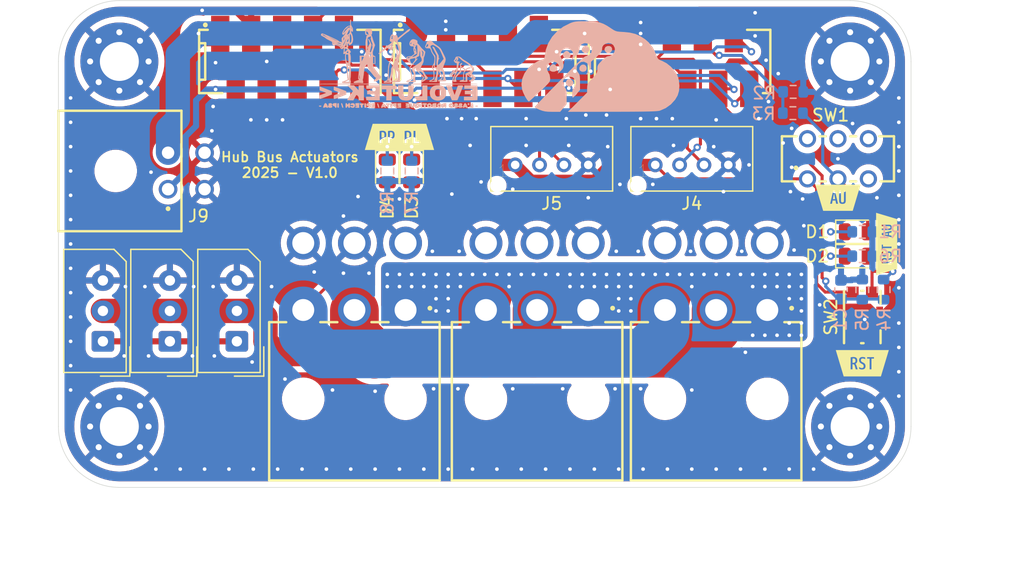
<source format=kicad_pcb>
(kicad_pcb (version 20221018) (generator pcbnew)
  (layers (0 "F.Cu" signal) (31 "B.Cu" signal) (34 "B.Paste" user) (35 "F.Paste" user) (36 "B.SilkS" user "B.Silkscreen") (37 "F.SilkS" user "F.Silkscreen") (38 "B.Mask" user) (39 "F.Mask" user) (44 "Edge.Cuts" user))
  (net 0 "")
  (net 1 "/RST")
  (net 2 "GND")
  (net 3 "Net-(D1-K)")
  (net 4 "Net-(D2-K)")
  (net 5 "VPP")
  (net 6 "+12P")
  (net 7 "+5P")
  (net 8 "/SCL")
  (net 9 "/SDA")
  (net 10 "+5VL")
  (net 11 "/CANL")
  (net 12 "/CANH")
  (net 13 "+12L")
  (net 14 "/AU")
  (net 15 "/AX12")
  (net 19 "Net-(D1-A)")
  (net 20 "Net-(D2-A)")
  (net 21 "Net-(D3-K)")
  (net 22 "Net-(D4-K)")
  (footprint "ConnectorsEvo:690367281076" (layer "F.Cu") (at 60 30)
    (fp_text reference "J7" hide)
    (fp_text value "Bus Actuators")
  )
  (footprint "ConnectorsEvo:649006227222" (layer "F.Cu") (at 79 57.925)
    (fp_text reference "J3" hide)
    (fp_text value "PSU Bus Actuators")
  )
  (footprint "ConnectorsEvo:B04B-PASK" (layer "F.Cu") (at 77 38.5 180)
    (fp_text reference "J4")
    (fp_text value "I2C")
  )
  (footprint "ConnectorsEvo:22-03-5035" (layer "F.Cu") (at 28.65 53 90)
    (fp_text reference "J10" hide)
    (fp_text value "Conn_01x03")
  )
  (footprint "ConnectorsEvo:649006227222" (layer "F.Cu") (at 64.3 57.925)
    (fp_text reference "J2" hide)
    (fp_text value "PSU Bus Actuators")
  )
  (footprint "ConnectorsEvo:B04B-PASK" (layer "F.Cu") (at 65.5 38.5 180)
    (fp_text reference "J5")
    (fp_text value "CAN")
  )
  (footprint "ConnectorsEvo:22-03-5035" (layer "F.Cu") (at 34.15 53 90)
    (fp_text reference "J11" hide)
    (fp_text value "Conn_01x03")
  )
  (footprint "ConnectorsEvo:690367281076" (layer "F.Cu") (at 76 30)
    (fp_text reference "J6" hide)
    (fp_text value "Bus Actuators")
  )
  (footprint "ComponentsEvo:435431019840" (layer "F.Cu") (at 91 51 -90)
    (fp_text reference "SW2")
    (fp_text value "435431019840")
  )
  (footprint "ConnectorsEvo:66200421022" (layer "F.Cu") (at 30.05 39 -90)
    (fp_text reference "J9")
    (fp_text value "PSU")
  )
  (footprint "MountingHole:MountingHole_3.2mm_M3_Pad_Via" (layer "F.Cu") (at 90 60)
    (fp_text reference "H4" hide)
    (fp_text value "M3")
  )
  (footprint "kibuzzard-68224FF3" (layer "F.Cu") (at 89 41.2)
    (fp_text reference "kibuzzard-68224FF3" hide)
    (fp_text value "G***" hide)
  )
  (footprint "LED_SMD:LED_0805_2012Metric" (layer "F.Cu") (at 90.5 44)
    (fp_text reference "D1")
    (fp_text value "YELLOW")
  )
  (footprint "MountingHole:MountingHole_3.2mm_M3_Pad_Via" (layer "F.Cu") (at 30 60)
    (fp_text reference "H2" hide)
    (fp_text value "M3")
  )
  (footprint "kibuzzard-68224EAF" (layer "F.Cu") (at 93 45 90)
    (fp_text reference "kibuzzard-68224EAF" hide)
    (fp_text value "G***" hide)
  )
  (footprint "ConnectorsEvo:690367281076" (layer "F.Cu") (at 44 30)
    (fp_text reference "J8" hide)
    (fp_text value "Bus Actuators")
  )
  (footprint "ConnectorsEvo:649006227222" (layer "F.Cu") (at 49.3 57.925)
    (fp_text reference "J1" hide)
    (fp_text value "PSU Bus Actuators")
  )
  (footprint "MountingHole:MountingHole_3.2mm_M3_Pad_Via" (layer "F.Cu") (at 30 30)
    (fp_text reference "H1" hide)
    (fp_text value "M3")
  )
  (footprint "LED_SMD:LED_0805_2012Metric" (layer "F.Cu") (at 90.5 46)
    (fp_text reference "D2")
    (fp_text value "YELLOW")
  )
  (footprint "kibuzzard-68224E62" (layer "F.Cu") (at 53 36.2)
    (fp_text reference "kibuzzard-68224E62" hide)
    (fp_text value "G***" hide)
  )
  (footprint "LED_SMD:LED_0805_2012Metric" (layer "F.Cu") (at 54 39 -90)
    (fp_text reference "D3")
    (fp_text value "RED")
  )
  (footprint "LED_SMD:LED_0805_2012Metric" (layer "F.Cu") (at 52 39 -90)
    (fp_text reference "D4")
    (fp_text value "RED")
  )
  (footprint "MountingHole:MountingHole_3.2mm_M3_Pad_Via" (layer "F.Cu") (at 90 30)
    (fp_text reference "H3" hide)
    (fp_text value "M3")
  )
  (footprint "kibuzzard-68224EC2" (layer "F.Cu") (at 91 54.8)
    (fp_text reference "kibuzzard-68224EC2" hide)
    (fp_text value "G***" hide)
  )
  (footprint "ConnectorsEvo:22-03-5035" (layer "F.Cu") (at 39.65 53 90)
    (fp_text reference "J12" hide)
    (fp_text value "Conn_01x03")
  )
  (footprint "ComponentsEvo:452404020202" (layer "F.Cu") (at 89 38 180)
    (fp_text reference "SW1")
    (fp_text value "SW_DPDT_x2")
  )
  (footprint "Resistor_SMD:R_0603_1608Metric" (layer "B.Cu") (at 91 44)
    (fp_text reference "R1")
    (fp_text value "510")
  )
  (footprint "MarkingEvo:logo-evo-min" (layer "B.Cu") (at 52.823673 30.060768 180)
    (fp_text reference "LB2" hide)
    (fp_text value "LOGO" hide)
  )
  (footprint "Resistor_SMD:R_0603_1608Metric" (layer "B.Cu") (at 85.325 32.5)
    (fp_text reference "R3")
    (fp_text value "1k")
  )
  (footprint "Capacitor_SMD:C_0603_1608Metric" (layer "B.Cu") (at 89.25 48.75 90)
    (fp_text reference "C1")
    (fp_text value "100nF")
  )
  (footprint "Resistor_SMD:R_0603_1608Metric" (layer "B.Cu") (at 91 46)
    (fp_text reference "R6")
    (fp_text value "510")
  )
  (footprint "Resistor_SMD:R_0603_1608Metric" (layer "B.Cu") (at 85.3 34.25 180)
    (fp_text reference "R2")
    (fp_text value "510")
  )
  (footprint "Resistor_SMD:R_0603_1608Metric" (layer "B.Cu") (at 54 39 -90)
    (fp_text reference "R7")
    (fp_text value "510")
  )
  (footprint "Resistor_SMD:R_0603_1608Metric" (layer "B.Cu") (at 52 39 -90)
    (fp_text reference "R8")
    (fp_text value "510")
  )
  (footprint "Resistor_SMD:R_0603_1608Metric" (layer "B.Cu") (at 92.75 48.75 -90)
    (fp_text reference "R4")
    (fp_text value "510")
  )
  (footprint "Resistor_SMD:R_0603_1608Metric" (layer "B.Cu") (at 91 48.75 90)
    (fp_text reference "R5")
    (fp_text value "1k")
  )
  (footprint "MarkingEvo:Logo Aisler Min" (layer "B.Cu") (at 69.5 30.4 180)
    (fp_text reference "LB1" hide)
    (fp_text value "LOGO" hide)
  )
  (gr_line (start 95 60) (end 95 30) (stroke (width 0.05)) (layer "Edge.Cuts"))
  (gr_line (start 30 65) (end 90 65) (stroke (width 0.05)) (layer "Edge.Cuts"))
  (gr_arc (start 90 25) (mid 93.535534 26.464466) (end 95 30) (stroke (width 0.05)) (layer "Edge.Cuts"))
  (gr_arc (start 25 30) (mid 26.464466 26.464466) (end 30 25) (stroke (width 0.05)) (layer "Edge.Cuts"))
  (gr_arc (start 95 60) (mid 93.535534 63.535534) (end 90 65) (stroke (width 0.05)) (layer "Edge.Cuts"))
  (gr_line (start 25 30) (end 25 60) (stroke (width 0.05)) (layer "Edge.Cuts"))
  (gr_arc (start 30 65) (mid 26.464466 63.535534) (end 25 60) (stroke (width 0.05)) (layer "Edge.Cuts"))
  (gr_line (start 90 25) (end 30 25) (stroke (width 0.05)) (layer "Edge.Cuts"))
  (gr_text "Hub Bus Actuators\n2025 - V1.0" (at 44 38.5) (layer "F.SilkS") (effects (font (size 0.8 0.8) (thickness 0.15) bold)))
  (segment (start 86.105226 37.8) (end 83.7 37.8) (width 0.25) (layer "F.Cu") (net 1))
  (segment (start 88 48.058058) (end 87.7 47.758058) (width 0.25) (layer "F.Cu") (net 1))
  (segment (start 80.414998 32.25) (end 79.175 32.25) (width 0.25) (layer "F.Cu") (net 1))
  (segment (start 61.9 31.4) (end 62.75 32.25) (width 0.25) (layer "F.Cu") (net 1))
  (segment (start 48.003455 30.696545) (end 48.467864 30.696545) (width 0.25) (layer "F.Cu") (net 1))
  (segment (start 83.7 37.8) (end 79.175 33.275) (width 0.25) (layer "F.Cu") (net 1))
  (segment (start 87.7 47.758058) (end 87.7 39.394774) (width 0.25) (layer "F.Cu") (net 1))
  (segment (start 47.175 31.525) (end 48.003455 30.696545) (width 0.25) (layer "F.Cu") (net 1))
  (segment (start 47.175 32.25) (end 47.175 31.525) (width 0.25) (layer "F.Cu") (net 1))
  (segment (start 62.75 32.25) (end 63.175 32.25) (width 0.25) (layer "F.Cu") (net 1))
  (segment (start 79.175 33.275) (end 79.175 32.25) (width 0.25) (layer "F.Cu") (net 1))
  (segment (start 80.464998 32.3) (end 80.414998 32.25) (width 0.25) (layer "F.Cu") (net 1))
  (segment (start 87.7 39.394774) (end 86.105226 37.8) (width 0.25) (layer "F.Cu") (net 1))
  (via (at 88 48.058058) (size 0.6) (drill 0.3) (layers "F.Cu" "B.Cu") (net 1))
  (via (at 61.9 31.4) (size 0.6) (drill 0.3) (layers "F.Cu" "B.Cu") (net 1))
  (via (at 48.467864 30.696545) (size 0.6) (drill 0.3) (layers "F.Cu" "B.Cu") (net 1))
  (via (at 80.464998 32.3) (size 0.6) (drill 0.3) (layers "F.Cu" "B.Cu") (net 1))
  (segment (start 79.314998 31.15) (end 69.65 31.15) (width 0.25) (layer "B.Cu") (net 1))
  (segment (start 69.1 31.7) (end 67.283884 31.7) (width 0.25) (layer "B.Cu") (net 1))
  (segment (start 54.3 31.4) (end 53.75 31.95) (width 0.25) (layer "B.Cu") (net 1))
  (segment (start 67.158884 31.575) (end 62.075 31.575) (width 0.25) (layer "B.Cu") (net 1))
  (segment (start 61.9 31.4) (end 54.3 31.4) (width 0.25) (layer "B.Cu") (net 1))
  (segment (start 50.296545 30.696545) (end 48.467864 30.696545) (width 0.25) (layer "B.Cu") (net 1))
  (segment (start 80.464998 32.3) (end 79.314998 31.15) (width 0.25) (layer "B.Cu") (net 1))
  (segment (start 53.75 31.95) (end 51.55 31.95) (width 0.25) (layer "B.Cu") (net 1))
  (segment (start 88 48.058058) (end 88 48.5) (width 0.25) (layer "B.Cu") (net 1))
  (segment (start 92.7 49.525) (end 92.75 49.575) (width 0.25) (layer "B.Cu") (net 1))
  (segment (start 62.075 31.575) (end 61.9 31.4) (width 0.25) (layer "B.Cu") (net 1))
  (segment (start 69.65 31.15) (end 69.1 31.7) (width 0.25) (layer "B.Cu") (net 1))
  (segment (start 89 49.5) (end 89 49.525) (width 0.25) (layer "B.Cu") (net 1))
  (segment (start 67.283884 31.7) (end 67.158884 31.575) (width 0.25) (layer "B.Cu") (net 1))
  (segment (start 89 49.525) (end 92.7 49.525) (width 0.25) (layer "B.Cu") (net 1))
  (segment (start 88 48.5) (end 89 49.5) (width 0.25) (layer "B.Cu") (net 1))
  (segment (start 51.55 31.95) (end 50.296545 30.696545) (width 0.25) (layer "B.Cu") (net 1))
  (segment (start 40.825 27.14) (end 40.825 27.75) (width 0.5) (layer "F.Cu") (net 2))
  (segment (start 58.095 34.695) (end 58.1 34.7) (width 1) (layer "F.Cu") (net 2))
  (segment (start 74.095 32.25) (end 74.095 34.695) (width 1) (layer "F.Cu") (net 2))
  (segment (start 40.825 27.75) (end 40.825 30.25) (width 1) (layer "F.Cu") (net 2))
  (segment (start 42.095 34.795) (end 42.1 34.8) (width 1) (layer "F.Cu") (net 2))
  (segment (start 58.095 32.25) (end 58.095 34.695) (width 1) (layer "F.Cu") (net 2))
  (segment (start 39.485 25.8) (end 40.825 27.14) (width 0.5) (layer "F.Cu") (net 2))
  (segment (start 40.825 30.25) (end 42.095 31.52) (width 1) (layer "F.Cu") (net 2))
  (segment (start 36.8 25.8) (end 39.485 25.8) (width 0.5) (layer "F.Cu") (net 2))
  (segment (start 42.095 32.25) (end 42.095 34.795) (width 1) (layer "F.Cu") (net 2))
  (segment (start 42.095 31.52) (end 42.095 32.25) (width 1) (layer "F.Cu") (net 2))
  (segment (start 74.095 34.695) (end 74.1 34.7) (width 1) (layer "F.Cu") (net 2))
  (via (at 58.1 34.7) (size 0.6) (drill 0.3) (layers "F.Cu" "B.Cu") (net 2))
  (via (at 86.1 41.3) (size 0.6) (drill 0.3) (layers "F.Cu" "B.Cu") (net 2))
  (via (at 72.8 26.8) (size 0.6) (drill 0.3) (layers "F.Cu" "B.Cu") (net 2))
  (via (at 33 63.5) (size 0.6) (drill 0.3) (layers "F.Cu" "B.Cu") (net 2))
  (via (at 43.4 34.8) (size 0.6) (drill 0.3) (layers "F.Cu" "B.Cu") (net 2))
  (via (at 63.4 34.7) (size 0.6) (drill 0.3) (layers "F.Cu" "B.Cu") (net 2))
  (via (at 42.5 48.5) (size 0.6) (drill 0.3) (layers "F.Cu" "B.Cu") (net 2))
  (via (at 59.3 34.7) (size 0.6) (drill 0.3) (layers "F.Cu" "B.Cu") (net 2))
  (via (at 94 33) (size 0.6) (drill 0.3) (layers "F.Cu" "B.Cu") (net 2))
  (via (at 37.7 33.7) (size 0.6) (drill 0.3) (layers "F.Cu" "B.Cu") (net 2))
  (via (at 86.2 43.5) (size 0.6) (drill 0.3) (layers "F.Cu" "B.Cu") (net 2))
  (via (at 55.7 45.6) (size 0.6) (drill 0.3) (layers "F.Cu" "B.Cu") (net 2))
  (via (at 76.9 45.6) (size 0.6) (drill 0.3) (layers "F.Cu" "B.Cu") (net 2))
  (via (at 30.5 48.5) (size 0.6) (drill 0.3) (layers "F.Cu" "B.Cu") (net 2))
  (via (at 43 63.5) (size 0.6) (drill 0.3) (layers "F.Cu" "B.Cu") (net 2))
  (via (at 84.5 36.7) (size 0.6) (drill 0.3) (layers "F.Cu" "B.Cu") (net 2))
  (via (at 45 63.5) (size 0.6) (drill 0.3) (layers "F.Cu" "B.Cu") (net 2))
  (via (at 70.7 56.9) (size 0.6) (drill 0.3) (layers "F.Cu" "B.Cu") (net 2))
  (via (at 77 63.5) (size 0.6) (drill 0.3) (layers "F.Cu" "B.Cu") (net 2))
  (via (at 59.7 39.9) (size 0.6) (drill 0.3) (layers "F.Cu" "B.Cu") (net 2))
  (via (at 75.5 36.9) (size 0.6) (drill 0.3) (layers "F.Cu" "B.Cu") (net 2))
  (via (at 70.8 45.6) (size 0.6) (drill 0.3) (layers "F.Cu" "B.Cu") (net 2))
  (via (at 26 33) (size 0.6) (drill 0.3) (layers "F.Cu" "B.Cu") (net 2))
  (via (at 40.9 54.7) (size 0.6) (drill 0.3) (layers "F.Cu" "B.Cu") (net 2))
  (via (at 79 34.8) (size 0.6) (drill 0.3) (layers "F.Cu" "B.Cu") (net 2))
  (via (at 70.1 37) (size 0.6) (drill 0.3) (layers "F.Cu" "B.Cu") (net 2))
  (via (at 56.9 34.7) (size 0.6) (drill 0.3) (layers "F.Cu" "B.Cu") (net 2))
  (via (at 75 63.5) (size 0.6) (drill 0.3) (layers "F.Cu" "B.Cu") (net 2))
  (via (at 74.1 34.7) (size 0.6) (drill 0.3) (layers "F.Cu" "B.Cu") (net 2))
  (via (at 62.3 40.5) (size 0.6) (drill 0.3) (layers "F.Cu" "B.Cu") (net 2))
  (via (at 26 43) (size 0.6) (drill 0.3) (layers "F.Cu" "B.Cu") (net 2))
  (via (at 85.2 38.7) (size 0.6) (drill 0.3) (layers "F.Cu" "B.Cu") (net 2))
  (via (at 56.8 26.7) (size 0.6) (drill 0.3) (layers "F.Cu" "B.Cu") (net 2))
  (via (at 37.7 48.5) (size 0.6) (drill 0.3) (layers "F.Cu" "B.Cu") (net 2))
  (via (at 42.1 34.8) (size 0.6) (drill 0.3) (layers "F.Cu" "B.Cu") (net 2))
  (via (at 41 63.5) (size 0.6) (drill 0.3) (layers "F.Cu" "B.Cu") (net 2))
  (via (at 72.8 28.6) (size 0.6) (drill 0.3) (layers "F.Cu" "B.Cu") (net 2))
  (via (at 83 63.5) (size 0.6) (drill 0.3) (layers "F.Cu" "B.Cu") (net 2))
  (via (at 92.2 41.2) (size 0.6) (drill 0.3) (layers "F.Cu" "B.Cu") (net 2))
  (via (at 26 47) (size 0.6) (drill 0.3) (layers "F.Cu" "B.Cu") (net 2))
  (via (at 39 63.5) (size 0.6) (drill 0.3) (layers "F.Cu" "B.Cu") (net 2))
  (via (at 32.6 39.1) (size 0.6) (drill 0.3) (layers "F.Cu" "B.Cu") (net 2))
  (via (at 94 39) (size 0.6) (drill 0.3) (layers "F.Cu" "B.Cu") (net 2))
  (via (at 66.7 34.7) (size 0.6) (drill 0.3) (layers "F.Cu" "B.Cu") (net 2))
  (via (at 79 63.5) (size 0.6) (drill 0.3) (layers "F.Cu" "B.Cu") (net 2))
  (via (at 55 63.5) (size 0.6) (drill 0.3) (layers "F.Cu" "B.Cu") (net 2))
  (via (at 49.6 41.1) (size 0.6) (drill 0.3) (layers "F.Cu" "B.Cu") (net 2))
  (via (at 82.2 27.9) (size 0.6) (drill 0.3) (layers "F.Cu" "B.Cu") (net 2))
  (via (at 67 63.5) (size 0.6) (drill 0.3) (layers "F.Cu" "B.Cu") (net 2))
  (via (at 26 39) (size 0.6) (drill 0.3) (layers "F.Cu" "B.Cu") (net 2))
  (via (at 48.4 47.4) (size 0.6) (drill 0.3) (layers "F.Cu" "B.Cu") (net 2))
  (via (at 73 63.5) (size 0.6) (drill 0.3) (layers "F.Cu" "B.Cu") (net 2))
  (via (at 83.3 33.3) (size 0.6) (drill 0.3) (layers "F.Cu" "B.Cu") (net 2))
  (via (at 94 48.6) (size 0.6) (drill 0.3) (layers "F.Cu" "B.Cu") (net 2))
  (via (at 57.3 40.9) (size 0.6) (drill 0.3) (layers "F.Cu" "B.Cu") (net 2))
  (via (at 69 63.5) (size 0.6) (drill 0.3) (layers "F.Cu" "B.Cu") (net 2))
  (via (at 94 57.5) (size 0.6) (drill 0.3) (layers "F.Cu" "B.Cu") (net 2))
  (via (at 87.5 50) (size 0.6) (drill 0.3) (layers "F.Cu" "B.Cu") (net 2))
  (via (at 58.8 36.9) (size 0.6) (drill 0.3) (layers "F.Cu" "B.Cu") (net 2))
  (via (at 82.5 34.7) (size 0.6) (drill 0.3) (layers "F.Cu" "B.Cu") (net 2))
  (via (at 87 63.5) (size 0.6) (drill 0.3) (layers "F.Cu" "B.Cu") (net 2))
  (via (at 94 41) (size 0.6) (drill 0.3) (layers "F.Cu" "B.Cu") (net 2))
  (via (at 51 63.5) (size 0.6) (drill 0.3) (layers "F.Cu" "B.Cu") (net 2))
  (via (at 49.9 29.2) (size 0.6) (drill 0.3) (layers "F.Cu" "B.Cu") (net 2))
  (via (at 35 63.5) (size 0.6) (drill 0.3) (layers "F.Cu" "B.Cu") (net 2))
  (via (at 81.4 53.9) (size 0.6) (drill 0.3) (layers "F.Cu" "B.Cu") (net 2))
  (via (at 71 63.5) (size 0.6) (drill 0.3) (layers "F.Cu" "B.Cu") (net 2))
  (via (at 50.5 47.4) (size 0.6) (drill 0.3) (layers "F.Cu" "B.Cu") (net 2))
  (via (at 32.1 48.5) (size 0.6) (drill 0.3) (layers "F.Cu" "B.Cu") (net 2))
  (via (at 71.1 40.1) (size 0.6) (drill 0.3) (layers "F.Cu" "B.Cu") (net 2))
  (via (at 57.8 56.9) (size 0.6) (drill 0.3) (layers "F.Cu" "B.Cu") (net 2))
  (via (at 85.1 40.7) (size 0.6) (drill 0.3) (layers "F.Cu" "B.Cu") (net 2))
  (via (at 81.1 45.6) (size 0.6) (drill 0.3) (layers "F.Cu" "B.Cu") (net 2))
  (via (at 94 51.5) (size 0.6) (drill 0.3) (layers "F.Cu" "B.Cu") (net 2))
  (via (at 81 63.5) (size 0.6) (drill 0.3) (layers "F.Cu" "B.Cu") (net 2))
  (via (at 26 41) (size 0.6) (drill 0.3) (layers "F.Cu" "B.Cu") (net 2))
  (via (at 61 63.5) (size 0.6) (drill 0.3) (layers "F.Cu" "B.Cu") (net 2))
  (via (at 82.2 26) (size 0.6) (drill 0.3) (layers "F.Cu" "B.Cu") (net 2))
  (via (at 36.1 48.5) (size 0.6) (drill 0.3) (layers "F.Cu" "B.Cu") (net 2))
  (via (at 53 63.5) (size 0.6) (drill 0.3) (layers "F.Cu" "B.Cu") (net 2))
  (via (at 46 47.3) (size 0.6) (drill 0.3) (layers "F.Cu" "B.Cu") (net 2))
  (via (at 63.4 36.9) (size 0.6) (drill 0.3) (layers "F.Cu" "B.Cu") (net 2))
  (via (at 94 37) (size 0.6) (drill 0.3) (layers "F.Cu" "B.Cu") (net 2))
  (via (at 81.7 38.5) (size 0.6) (drill 0.3) (layers "F.Cu" "B.Cu") (net 2))
  (via (at 26 37) (size 0.6) (drill 0.3) (layers "F.Cu" "B.Cu") (net 2))
  (via (at 63 63.5) (size 0.6) (drill 0.3) (layers "F.Cu" "B.Cu") (net 2))
  (via (at 94 53.5) (size 0.6) (drill 0.3) (layers "F.Cu" "B.Cu") (net 2))
  (via (at 26 51) (size 0.6) (drill 0.3) (layers "F.Cu" "B.Cu") (net 2))
  (via (at 73.8 40.1) (size 0.6) (drill 0.3) (layers "F.Cu" "B.Cu") (net 2))
  (via (at 37.9 30.1) (size 0.6) (drill 0.3) (layers "F.Cu" "B.Cu") (net 2))
  (via (at 26 53) (size 0.6) (drill 0.3) (layers "F.Cu" "B.Cu") (net 2))
  (via (at 72.8 56.9) (size 0.6) (drill 0.3) (layers "F.Cu" "B.Cu") (net 2))
  (via (at 77 57) (size 0.6) (drill 0.3) (layers "F.Cu" "B.Cu") (net 2))
  (via (at 57.9 45.6) (size 0.6) (drill 0.3) (layers "F.Cu" "B.Cu") (net 2))
  (via (at 72.8 34.7) (size 0.6) (drill 0.3) (layers "F.Cu" "B.Cu") (net 2))
  (via (at 47 63.5) (size 0.6) (drill 0.3) (layers "F.Cu" "B.Cu") (net 2))
  (via (at 26 35) (size 0.6) (drill 0.3) (layers "F.Cu" "B.Cu") (net 2))
  (via (at 36 54.2) (size 0.6) (drill 0.3) (layers "F.Cu" "B.Cu") (net 2))
  (via (at 26 57) (size 0.6) (drill 0.3) (layers "F.Cu" "B.Cu") (net 2))
  (via (at 43.6 56.1) (size 0.6) (drill 0.3) (layers "F.Cu" "B.Cu") (net 2))
  (via (at 40.8 34.8) (size 0.6) (drill 0.3) (layers "F.Cu" "B.Cu") (net 2))
  (via (at 49 63.5) (size 0.6) (drill 0.3) (layers "F.Cu" "B.Cu") (net 2))
  (via (at 59 63.5) (size 0.6) (drill 0.3) (layers "F.Cu" "B.Cu") (net 2))
  (via (at 36.8 25.8) (size 0.6) (drill 0.3) (layers "F.Cu" "B.Cu") (net 2))
  (via (at 51 57.1) (size 0.6) (drill 0.3) (layers "F.Cu" "B.Cu") (net 2))
  (via (at 72.6 45.6) (size 0.6) (drill 0.3) (layers "F.Cu" "B.Cu") (net 2))
  (via (at 94 35) (size 0.6) (drill 0.3) (layers "F.Cu" "B.Cu") (net 2))
  (via (at 37.6 35.7) (size 0.6) (drill 0.3) (layers "F.Cu" "B.Cu") (net 2))
  (via (at 53 41.3) (size 0.6) (drill 0.3) (layers "F.Cu" "B.Cu") (net 2))
  (via (at 57 63.5) (size 0.6) (drill 0.3) (layers "F.Cu" "B.Cu") (net 2))
  (via (at 94 45) (size 0.6) (drill 0.3) (layers "F.Cu" "B.Cu") (net 2))
  (via (at 48.4 42.7) (size 0.6) (drill 0.3) (layers "F.Cu" "B.Cu") (net 2))
  (via (at 66.4 56.9) (size 0.6) (drill 0.3) (layers "F.Cu" "B.Cu") (net 2))
  (via (at 26 49) (size 0.6) (drill 0.3) (layers "F.Cu" "B.Cu") (net 2))
  (via (at 30.4 54.2) (size 0.6) (drill 0.3) (layers "F.Cu" "B.Cu") (net 2))
  (via (at 42.1 30) (size 0.6) (drill 0.3) (layers "F.Cu" "B.Cu") (net 2))
  (via (at 68.3 34.4) (size 0.6) (drill 0.3) (layers "F.Cu" "B.Cu") (net 2))
  (via (at 26 55) (size 0.6) (drill 0.3) (layers "F.Cu" "B.Cu") (net 2))
  (via (at 66.9 36.9) (size 0.6) (drill 0.3) (layers "F.Cu" "B.Cu") (net 2))
  (via (at 79.6 40.7) (size 0.6) (drill 0.3) (layers "F.Cu" "B.Cu") (net 2))
  (via (at 37.8 54.2) (size 0.6) (drill 0.3) (layers "F.Cu" "B.Cu") (net 2))
  (via (at 68.5 41.2) (size 0.6) (drill 0.3) (layers "F.Cu" "B.Cu") (net 2))
  (via (at 89 38) (size 0.6) (drill 0.3) (layers "F.Cu" "B.Cu") (net 2))
  (via (at 90.2 35.1) (size 0.6) (drill 0.3) (layers "F.Cu" "B.Cu") (net 2))
  (via (at 65 63.5) (size 0.6) (drill 0.3) (layers "F.Cu" "B.Cu") (net 2))
  (via (at 32.4 54.2) (size 0.6) (drill 0.3) (layers "F.Cu" "B.Cu") (net 2))
  (via (at 67.4 30.8) (size 0.6) (drill 0.3) (layers "F.Cu" "B.Cu") (net 2))
  (via (at 85.2 35.5) (size 0.6) (drill 0.3) (layers "F.Cu" "B.Cu") (net 2))
  (via (at 47.5 57) (size 0.6) (drill 0.3) (layers "F.Cu" "B.Cu") (net 2))
  (via (at 26 45) (size 0.6) (drill 0.3) (layers "F.Cu" "B.Cu") (net 2))
  (via (at 72.8 27.7) (size 0.6) (drill 0.3) (layers "F.Cu" "B.Cu") (net 2))
  (via (at 55.8 56.9) (size 0.6) (drill 0.3) (layers "F.Cu" "B.Cu") (net 2))
  (via (at 84.1 31) (size 0.6) (drill 0.3) (layers "F.Cu" "B.Cu") (net 2))
  (via (at 85.4 45.5) (size 0.6) (drill 0.3) (layers "F.Cu" "B.Cu") (net 2))
  (via (at 78.8 37) (size 0.6) (drill 0.3) (layers "F.Cu" "B.Cu") (net 2))
  (via (at 85 63.5) (size 0.6) (drill 0.3) (layers "F.Cu" "B.Cu") (net 2))
  (via (at 94 55.5) (size 0.6) (drill 0.3) (layers "F.Cu" "B.Cu") (net 2))
  (via (at 94 43) (size 0.6) (drill 0.3) (layers "F.Cu" "B.Cu") (net 2))
  (via (at 56.8 27.4) (size 0.6) (drill 0.3) (layers "F.Cu" "B.Cu") (net 2))
  (via (at 70 34.4) (size 0.6) (drill 0.3) (layers "F.Cu" "B.Cu") (net 2))
  (via (at 37 63.5) (size 0.6) (drill 0.3) (layers "F.Cu" "B.Cu") (net 2))
  (via (at 68.7 30.8) (size 0.6) (drill 0.3) (layers "F.Cu" "B.Cu") (net 2))
  (via (at 83.1 29.9) (size 0.6) (drill 0.3) (layers "F.Cu" "B.Cu") (net 2))
  (via (at 62.3 56.9) (size 0.6) (drill 0.3) (layers "F.Cu" "B.Cu") (net 2))
  (via (at 91.2 51.2) (size 0.6) (drill 0.3) (layers "F.Cu" "B.Cu") (net 2))
  (via (at 75.4 34.7) (size 0.6) (drill 0.3) (layers "F.Cu" "B.Cu") (net 2))
  (segment (start 69.1 30.4) (end 80.4 30.4) (width 0.5) (layer "B.Cu") (net 2))
  (segment (start 42.9 29.2) (end 42.1 30) (width 0.5) (layer "B.Cu") (net 2))
  (segment (start 87.2 46.7) (end 86 45.5) (width 0.25) (layer "B.Cu") (net 2))
  (segment (start 68.7 30.8) (end 69.1 30.4) (width 0.5) (layer "B.Cu") (net 2))
  (segment (start 80.4 30.4) (end 83.3 33.3) (width 0.5) (layer "B.Cu") (net 2))
  (segment (start 87.2 49.7) (end 87.2 46.7) (width 0.25) (layer "B.Cu") (net 2))
  (segment (start 87.5 50) (end 87.2 49.7) (width 0.25) (layer "B.Cu") (net 2))
  (segment (start 86 45.5) (end 85.4 45.5) (width 0.25) (layer "B.Cu") (net 2))
  (segment (start 49.9 29.2) (end 42.9 29.2) (width 0.5) (layer "B.Cu") (net 2))
  (segment (start 89.5625 44) (end 88.4 44) (width 0.25) (layer "F.Cu") (net 3))
  (via (at 88.4 44) (size 0.6) (drill 0.3) (layers "F.Cu" "B.Cu") (net 3))
  (segment (start 88.4 44) (end 90.175 44) (width 0.25) (layer "B.Cu") (net 3))
  (segment (start 89.5625 46) (end 88.4 46) (width 0.25) (layer "F.Cu") (net 4))
  (via (at 88.4 46) (size 0.6) (drill 0.3) (layers "F.Cu" "B.Cu") (net 4))
  (segment (start 88.4 46) (end 90.175 46) (width 0.25) (layer "B.Cu") (net 4))
  (via (at 74 47.5) (size 0.6) (drill 0.3) (layers "F.Cu" "B.Cu") (net 5))
  (via (at 82 47.5) (size 0.6) (drill 0.3) (layers "F.Cu" "B.Cu") (net 5))
  (via (at 86 52.5) (size 0.6) (drill 0.3) (layers "F.Cu" "B.Cu") (net 5))
  (via (at 86 48.5) (size 0.6) (drill 0.3) (layers "F.Cu" "B.Cu") (net 5))
  (via (at 86 50.5) (size 0.6) (drill 0.3) (layers "F.Cu" "B.Cu") (net 5))
  (via (at 52 48.5) (size 0.6) (drill 0.3) (layers "F.Cu" "B.Cu") (net 5))
  (via (at 67 48.5) (size 0.6) (drill 0.3) (layers "F.Cu" "B.Cu") (net 5))
  (via (at 83 52.5) (size 0.6) (drill 0.3) (layers "F.Cu" "B.Cu") (net 5))
  (via (at 56 47.5) (size 0.6) (drill 0.3) (layers "F.Cu" "B.Cu") (net 5))
  (via (at 86 51.5) (size 0.6) (drill 0.3) (layers "F.Cu" "B.Cu") (net 5))
  (via (at 77 47.5) (size 0.6) (drill 0.3) (layers "F.Cu" "B.Cu") (net 5))
  (via (at 85 51.5) (size 0.6) (drill 0.3) (layers "F.Cu" "B.Cu") (net 5))
  (via (at 71 50.5) (size 0.6) (drill 0.3) (layers "F.Cu" "B.Cu") (net 5))
  (via (at 76 47.5) (size 0.6) (drill 0.3) (layers "F.Cu" "B.Cu") (net 5))
  (via (at 56 49.5) (size 0.6) (drill 0.3) (layers "F.Cu" "B.Cu") (net 5))
  (via (at 86 49.5) (size 0.6) (drill 0.3) (layers "F.Cu" "B.Cu") (net 5))
  (via (at 82 48.5) (size 0.6) (drill 0.3) (layers "F.Cu" "B.Cu") (net 5))
  (via (at 70 47.5) (size 0.6) (drill 0.3) (layers "F.Cu" "B.Cu") (net 5))
  (via (at 69 47.5) (size 0.6) (drill 0.3) (layers "F.Cu" "B.Cu") (net 5))
  (via (at 61 47.5) (size 0.6) (drill 0.3) (layers "F.Cu" "B.Cu") (net 5))
  (via (at 82 52.5) (size 0.6) (drill 0.3) (layers "F.Cu" "B.Cu") (net 5))
  (via (at 72 47.5) (size 0.6) (drill 0.3) (layers "F.Cu" "B.Cu") (net 5))
  (via (at 54 48.5) (size 0.6) (drill 0.3) (layers "F.Cu" "B.Cu") (net 5))
  (via (at 80 47.5) (size 0.6) (drill 0.3) (layers "F.Cu" "B.Cu") (net 5))
  (via (at 53 48.5) (size 0.6) (drill 0.3) (layers "F.Cu" "B.Cu") (net 5))
  (via (at 62 48.5) (size 0.6) (drill 0.3) (layers "F.Cu" "B.Cu") (net 5))
  (via (at 68 47.5) (size 0.6) (drill 0.3) (layers "F.Cu" "B.Cu") (net 5))
  (via (at 72 48.5) (size 0.6) (drill 0.3) (layers "F.Cu" "B.Cu") (net 5))
  (via (at 59 47.5) (size 0.6) (drill 0.3) (layers "F.Cu" "B.Cu") (net 5))
  (via (at 85 47.5) (size 0.6) (drill 0.3) (layers "F.Cu" "B.Cu") (net 5))
  (via (at 53 47.5) (size 0.6) (drill 0.3) (layers "F.Cu" "B.Cu") (net 5))
  (via (at 66 47.5) (size 0.6) (drill 0.3) (layers "F.Cu" "B.Cu") (net 5))
  (via (at 54 47.5) (size 0.6) (drill 0.3) (layers "F.Cu" "B.Cu") (net 5))
  (via (at 71 49.5) (size 0.6) (drill 0.3) (layers "F.Cu" "B.Cu") (net 5))
  (via (at 78 47.5) (size 0.6) (drill 0.3) (layers "F.Cu" "B.Cu") (net 5))
  (via (at 67 47.5) (size 0.6) (drill 0.3) (layers "F.Cu" "B.Cu") (net 5))
  (via (at 63 47.5) (size 0.6) (drill 0.3) (layers "F.Cu" "B.Cu") (net 5))
  (via (at 71 47.5) (size 0.6) (drill 0.3) (layers "F.Cu" "B.Cu") (net 5))
  (via (at 71 48.5) (size 0.6) (drill 0.3) (layers "F.Cu" "B.Cu") (net 5))
  (via (at 73 47.5) (size 0.6) (drill 0.3) (layers "F.Cu" "B.Cu") (net 5))
  (via (at 81 47.5) (size 0.6) (drill 0.3) (layers "F.Cu" "B.Cu") (net 5))
  (via (at 57 49.5) (size 0.6) (drill 0.3) (layers "F.Cu" "B.Cu") (net 5))
  (via (at 83 47.5) (size 0.6) (drill 0.3) (layers "F.Cu" "B.Cu") (net 5))
  (via (at 69 48.5) (size 0.6) (drill 0.3) (layers "F.Cu" "B.Cu") (net 5))
  (via (at 77 48.5) (size 0.6) (drill 0.3) (layers "F.Cu" "B.Cu") (net 5))
  (via (at 58 47.5) (size 0.6) (drill 0.3) (layers "F.Cu" "B.Cu") (net 5))
  (via (at 72 50.5) (size 0.6) (drill 0.3) (layers "F.Cu" "B.Cu") (net 5))
  (via (at 55 48.5) (size 0.6) (drill 0.3) (layers "F.Cu" "B.Cu") (net 5))
  (via (at 79 47.5) (size 0.6) (drill 0.3) (layers "F.Cu" "B.Cu") (net 5))
  (via (at 84 47.5) (size 0.6) (drill 0.3) (layers "F.Cu" "B.Cu") (net 5))
  (via (at 85 52.5) (size 0.6) (drill 0.3) (layers "F.Cu" "B.Cu") (net 5))
  (via (at 86 47.5) (size 0.6) (drill 0.3) (layers "F.Cu" "B.Cu") (net 5))
  (via (at 75 47.5) (size 0.6) (drill 0.3) (layers "F.Cu" "B.Cu") (net 5))
  (via (at 64 47.5) (size 0.6) (drill 0.3) (layers "F.Cu" "B.Cu") (net 5))
  (via (at 70 48.5) (size 0.6) (drill 0.3) (layers "F.Cu" "B.Cu") (net 5))
  (via (at 52 47.5) (size 0.6) (drill 0.3) (layers "F.Cu" "B.Cu") (net 5))
  (via (at 85 48.5) (size 0.6) (drill 0.3) (layers "F.Cu" "B.Cu") (net 5))
  (via (at 57 47.5) (size 0.6) (drill 0.3) (layers "F.Cu" "B.Cu") (net 5))
  (via (at 60 47.5) (size 0.6) (drill 0.3) (layers "F.Cu" "B.Cu") (net 5))
  (via (at 58 48.5) (size 0.6) (drill 0.3) (layers "F.Cu" "B.Cu") (net 5))
  (via (at 68 48.5) (size 0.6) (drill 0.3) (layers "F.Cu" "B.Cu") (net 5))
  (via (at 65 47.5) (size 0.6) (drill 0.3) (layers "F.Cu" "B.Cu") (net 5))
  (via (at 85 49.5) (size 0.6) (drill 0.3) (layers "F.Cu" "B.Cu") (net 5))
  (via (at 57 48.5) (size 0.6) (drill 0.3) (layers "F.Cu" "B.Cu") (net 5))
  (via (at 72 49.5) (size 0.6) (drill 0.3) (layers "F.Cu" "B.Cu") (net 5))
  (via (at 57 50.5) (size 0.6) (drill 0.3) (layers "F.Cu" "B.Cu") (net 5))
  (via (at 84 52.5) (size 0.6) (drill 0.3) (layers "F.Cu" "B.Cu") (net 5))
  (via (at 62 47.5) (size 0.6) (drill 0.3) (layers "F.Cu" "B.Cu") (net 5))
  (via (at 84 48.5) (size 0.6) (drill 0.3) (layers "F.Cu" "B.Cu") (net 5))
  (via (at 55 47.5) (size 0.6) (drill 0.3) (layers "F.Cu" "B.Cu") (net 5))
  (via (at 83 48.5) (size 0.6) (drill 0.3) (layers "F.Cu" "B.Cu") (net 5))
  (via (at 56 50.5) (size 0.6) (drill 0.3) (layers "F.Cu" "B.Cu") (net 5))
  (via (at 56 48.5) (size 0.6) (drill 0.3) (layers "F.Cu" "B.Cu") (net 5))
  (segment (start 39.65 50.5) (end 41.5 50.5) (width 2) (layer "F.Cu") (net 6))
  (segment (start 34.15 50.5) (end 39.65 50.5) (width 2) (layer "F.Cu") (net 6))
  (segment (start 43.05 54.05) (end 50.940812 54.05) (width 2) (layer "F.Cu") (net 6))
  (segment (start 64 53.975) (end 64.3 53.675) (width 4) (layer "F.Cu") (net 6))
  (segment (start 28.65 50.5) (end 34.15 50.5) (width 2) (layer "F.Cu") (net 6))
  (segment (start 50.940812 54.05) (end 51.015812 53.975) (width 4) (layer "F.Cu") (net 6))
  (segment (start 42 51) (end 42 53) (width 2) (layer "F.Cu") (net 6))
  (segment (start 49.3 52.409188) (end 50.940812 54.05) (width 4) (layer "F.Cu") (net 6))
  (segment (start 51.015812 53.975) (end 64 53.975) (width 4) (layer "F.Cu") (net 6))
  (segment (start 79 51.975) (end 79 50.425) (width 4) (layer "F.Cu") (net 6))
  (segment (start 49.3 50.5) (end 49.3 52.409188) (width 4) (layer "F.Cu") (net 6))
  (segment (start 64 53.975) (end 77 53.975) (width 4) (layer "F.Cu") (net 6))
  (segment (start 77 53.975) (end 79 51.975) (width 4) (layer "F.Cu") (net 6))
  (segment (start 42 53) (end 43.05 54.05) (width 2) (layer "F.Cu") (net 6))
  (segment (start 64.3 53.675) (end 64.3 50.425) (width 4) (layer "F.Cu") (net 6))
  (segment (start 41.5 50.5) (end 42 51) (width 2) (layer "F.Cu") (net 6))
  (segment (start 47.2 41.8) (end 49.0625 39.9375) (width 0.25) (layer "F.Cu") (net 7))
  (segment (start 49.0625 39.9375) (end 52 39.9375) (width 0.25) (layer "F.Cu") (net 7))
  (segment (start 47.2 48.325) (end 47.2 41.8) (width 0.25) (layer "F.Cu") (net 7))
  (segment (start 45.1 50.425) (end 47.2 48.325) (width 0.25) (layer "F.Cu") (net 7))
  (segment (start 51.946699 53.975) (end 60 53.975) (width 4) (layer "B.Cu") (net 7))
  (segment (start 74.8 52.2) (end 74.8 50.425) (width 4) (layer "B.Cu") (net 7))
  (segment (start 46.711159 54.032858) (end 51.888841 54.032858) (width 4) (layer "B.Cu") (net 7))
  (segment (start 45.1 52.421699) (end 46.711159 54.032858) (width 4) (layer "B.Cu") (net 7))
  (segment (start 73.025 53.975) (end 74.8 52.2) (width 4) (layer "B.Cu") (net 7))
  (segment (start 51.888841 54.032858) (end 51.946699 53.975) (width 4) (layer "B.Cu") (net 7))
  (segment (start 45.1 50.5) (end 45.1 52.421699) (width 4) (layer "B.Cu") (net 7))
  (segment (start 60 53.975) (end 73.025 53.975) (width 4) (layer "B.Cu") (net 7))
  (segment (start 60.1 53.875) (end 60 53.975) (width 4) (layer "B.Cu") (net 7))
  (segment (start 60.1 50.425) (end 60.1 53.875) (width 4) (layer "B.Cu") (net 7))
  (segment (start 60.635 31.5) (end 60.635 32.25) (width 0.25) (layer "F.Cu") (net 8))
  (segment (start 44.635 32.25) (end 44.635 31.5) (width 0.25) (layer "F.Cu") (net 8))
  (segment (start 59.16 30.025) (end 65.20472 30.025) (width 0.25) (layer "F.Cu") (net 8))
  (segment (start 76.635 37.135) (end 78 38.5) (width 0.25) (layer "F.Cu") (net 8))
  (segment (start 76.635 31.535) (end 76.635 32.25) (width 0.25) (layer "F.Cu") (net 8))
  (segment (start 75.375 30.275) (end 76.635 31.535) (width 0.25) (layer "F.Cu") (net 8))
  (segment (start 59.435 30.3) (end 60.635 31.5) (width 0.25) (layer "F.Cu") (net 8))
  (segment (start 66.34528 30.275) (end 66.59528 30.025) (width 0.25) (layer "F.Cu") (net 8))
  (segment (start 46.085 30.05) (end 48.85 30.05) (width 0.25) (layer "F.Cu") (net 8))
  (segment (start 58.476396 30.025) (end 59.16 30.025) (width 0.25) (layer "F.Cu") (net 8))
  (segment (start 59.16 30.025) (end 59.435 30.3) (width 0.25) (layer "F.Cu") (net 8))
  (segment (start 44.635 31.5) (end 46.085 30.05) (width 0.25) (layer "F.Cu") (net 8))
  (segment (start 66.59528 30.025) (end 73.638604 30.025) (width 0.25) (layer "F.Cu") (net 8))
  (segment (start 52.241726 30.3) (end 52.341726 30.4) (width 0.25) (layer "F.Cu") (net 8))
  (segment (start 73.638604 30.025) (end 73.888604 30.275) (width 0.25) (layer "F.Cu") (net 8))
  (segment (start 58.101396 30.4) (end 58.476396 30.025) (width 0.25) (layer "F.Cu") (net 8))
  (segment (start 65.20472 30.025) (end 65.45472 30.275) (width 0.25) (layer "F.Cu") (net 8))
  (segment (start 48.85 30.05) (end 49.1 30.3) (width 0.25) (layer "F.Cu") (net 8))
  (segment (start 76.635 32.25) (end 76.635 37.135) (width 0.25) (layer "F.Cu") (net 8))
  (segment (start 65.45472 30.275) (end 66.34528 30.275) (width 0.25) (layer "F.Cu") (net 8))
  (segment (start 52.341726 30.4) (end 58.101396 30.4) (width 0.25) (layer "F.Cu") (net 8))
  (segment (start 73.888604 30.275) (end 75.375 30.275) (width 0.25) (layer "F.Cu") (net 8))
  (segment (start 49.1 30.3) (end 52.241726 30.3) (width 0.25) (layer "F.Cu") (net 8))
  (segment (start 77.71 36.79) (end 77.71 30.425) (width 0.25) (layer "F.Cu") (net 9))
  (segment (start 73.825 29.575) (end 74.075 29.825) (width 0.25) (layer "F.Cu") (net 9))
  (segment (start 58.29 29.575) (end 59.365 28.5) (width 0.25) (layer "F.Cu") (net 9))
  (segment (start 74.075 29.825) (end 75.365 28.535) (width 0.25) (layer "F.Cu") (net 9))
  (segment (start 77.11 29.825) (end 77.71 30.425) (width 0.25) (layer "F.Cu") (net 9))
  (segment (start 59.365 28.5) (end 59.365 27.75) (width 0.25) (layer "F.Cu") (net 9))
  (segment (start 65.391116 29.575) (end 65.641116 29.825) (width 0.25) (layer "F.Cu") (net 9))
  (segment (start 74.075 29.825) (end 77.11 29.825) (width 0.25) (layer "F.Cu") (net 9))
  (segment (start 75.365 28.465) (end 75.365 27.75) (width 0.25) (layer "F.Cu") (net 9))
  (segment (start 49.286396 29.85) (end 52.428122 29.85) (width 0.25) (layer "F.Cu") (net 9))
  (segment (start 44.965 30.1) (end 45.398604 30.1) (width 0.25) (layer "F.Cu") (net 9))
  (segment (start 65.641116 29.825) (end 66.158884 29.825) (width 0.25) (layer "F.Cu") (net 9))
  (segment (start 77.441942 37.058058) (end 77.71 36.79) (width 0.25) (layer "F.Cu") (net 9))
  (segment (start 66.408884 29.575) (end 73.825 29.575) (width 0.25) (layer "F.Cu") (net 9))
  (segment (start 66.158884 29.825) (end 66.408884 29.575) (width 0.25) (layer "F.Cu") (net 9))
  (segment (start 43.365 28.5) (end 44.965 30.1) (width 0.25) (layer "F.Cu") (net 9))
  (segment (start 45.398604 30.1) (end 45.898604 29.6) (width 0.25) (layer "F.Cu") (net 9))
  (segment (start 45.898604 29.6) (end 49.036396 29.6) (width 0.25) (layer "F.Cu") (net 9))
  (segment (start 57.915 29.95) (end 58.29 29.575) (width 0.25) (layer "F.Cu") (net 9))
  (segment (start 52.428122 29.85) (end 52.528122 29.95) (width 0.25) (layer "F.Cu") (net 9))
  (segment (start 52.528122 29.95) (end 57.915 29.95) (width 0.25) (layer "F.Cu") (net 9))
  (segment (start 43.365 27.75) (end 43.365 28.5) (width 0.25) (layer "F.Cu") (net 9))
  (segment (start 49.036396 29.6) (end 49.286396 29.85) (width 0.25) (layer "F.Cu") (net 9))
  (segment (start 75.365 28.535) (end 75.365 27.75) (width 0.25) (layer "F.Cu") (net 9))
  (segment (start 58.29 29.575) (end 65.391116 29.575) (width 0.25) (layer "F.Cu") (net 9))
  (via (at 77.441942 37.058058) (size 0.6) (drill 0.3) (layers "F.Cu" "B.Cu") (net 9))
  (segment (start 77.441942 37.058058) (end 76 38.5) (width 0.25) (layer "B.Cu") (net 9))
  (segment (start 62.5 38.5) (end 58.155 38.5) (width 1) (layer "F.Cu") (net 10))
  (segment (start 38.285 27.75) (end 36.55 27.75) (width 2) (layer "F.Cu") (net 10))
  (segment (start 69.040135 39.804) (end 63.804 39.804) (width 1) (layer "F.Cu") (net 10))
  (segment (start 75.15 39.65) (end 74 38.5) (width 0.25) (layer "F.Cu") (net 10))
  (segment (start 70.344135 38.5) (end 69.040135 39.804) (width 1) (layer "F.Cu") (net 10))
  (segment (start 87.95 48.95) (end 87.25 48.25) (width 0.25) (layer "F.Cu") (net 10))
  (segment (start 54 39.9375) (end 56.7175 39.9375) (width 0.25) (layer "F.Cu") (net 10))
  (segment (start 56.7175 39.9375) (end 58.155 38.5) (width 0.25) (layer "F.Cu") (net 10))
  (segment (start 51.9 32.245) (end 58.155 38.5) (width 1) (layer "F.Cu") (net 10))
  (segment (start 87.25 48.25) (end 87.25 40.4) (width 0.25) (layer "F.Cu") (net 10))
  (segment (start 54.285 27.75) (end 52.65 27.75) (width 2) (layer "F.Cu") (net 10))
  (segment (start 89.7 48.95) (end 87.95 48.95) (width 0.25) (layer "F.Cu") (net 10))
  (segment (start 36.55 27.75) (end 36.5 27.7) (width 2) (layer "F.Cu") (net 10))
  (segment (start 70.235 27.7) (end 70.285 27.75) (width 2) (layer "F.Cu") (net 10))
  (segment (start 51.9 31.125) (end 51.9 32.245) (width 1) (layer "F.Cu") (net 10))
  (segment (start 52.65 27.75) (end 52.6 27.7) (width 2) (layer "F.Cu") (net 10))
  (segment (start 87.25 40.4) (end 86.5 39.65) (width 0.25) (layer "F.Cu") (net 10))
  (segment (start 74 38.5) (end 70.344135 38.5) (width 1) (layer "F.Cu") (net 10))
  (segment (start 86.5 39.65) (end 75.15 39.65) (width 0.25) (layer "F.Cu") (net 10))
  (segment (start 68.2 27.7) (end 70.235 27.7) (width 2) (layer "F.Cu") (net 10))
  (segment (start 63.804 39.804) (end 62.5 38.5) (width 1) (layer "F.Cu") (net 10))
  (via (at 36.5 27.7) (size 0.6) (drill 0.3) (layers "F.Cu" "B.Cu") (net 10))
  (via (at 68.2 27.7) (size 0.6) (drill 0.3) (layers "F.Cu" "B.Cu") (net 10))
  (via (at 52.6 27.7) (size 0.6) (drill 0.3) (layers "F.Cu" "B.Cu") (net 10))
  (via (at 51.9 31.125) (size 0.6) (drill 0.3) (layers "F.Cu" "B.Cu") (net 10))
  (segment (start 52.6 27.7) (end 52.910016 27.7) (width 2) (layer "B.Cu") (net 10))
  (segment (start 51.1 27.7) (end 52.6 27.7) (width 2) (layer "B.Cu") (net 10))
  (segment (start 62.475 29.325) (end 64.2 27.6) (width 2) (layer "B.Cu") (net 10))
  (segment (start 34 37.5) (end 34 35.5) (width 2) (layer "B.Cu") (net 10))
  (segment (start 52.910016 27.7) (end 54.535016 29.325) (width 2) (layer "B.Cu") (net 10))
  (segment (start 64.2 27.6) (end 68.1 27.6) (width 2) (layer "B.Cu") (net 10))
  (segment (start 51.9 31.125) (end 51.9 30.5) (width 1) (layer "B.Cu") (net 10))
  (segment (start 51.1 29.7) (end 51.1 27.7) (width 1) (layer "B.Cu") (net 10))
  (segment (start 68.1 27.6) (end 68.2 27.7) (width 2) (layer "B.Cu") (net 10))
  (segment (start 34.8 34.7) (end 34.8 29.4) (width 2) (layer "B.Cu") (net 10))
  (segment (start 34 35.5) (end 34.8 34.7) (width 2) (layer "B.Cu") (net 10))
  (segment (start 34.8 29.4) (end 36.5 27.7) (width 2) (layer "B.Cu") (net 10))
  (segment (start 51.9 30.5) (end 51.1 29.7) (width 1) (layer "B.Cu") (net 10))
  (segment (start 54.535016 29.325) (end 62.475 29.325) (width 2) (layer "B.Cu") (net 10))
  (segment (start 36.5 27.7) (end 51.1 27.7) (width 2) (layer "B.Cu") (net 10))
  (segment (start 65.715 37.715) (end 66.5 38.5) (width 0.25) (layer "F.Cu") (net 11))
  (segment (start 65.715 32.25) (end 65.715 37.715) (width 0.25) (layer "F.Cu") (net 11))
  (segment (start 66.85 32.25) (end 65.715 32.25) (width 0.25) (layer "F.Cu") (net 11))
  (segment (start 50.9 32.3) (end 50.85 32.25) (width 0.25) (layer "F.Cu") (net 11))
  (segment (start 80.529442 33.470558) (end 80.529442 33.435558) (width 0.25) (layer "F.Cu") (net 11))
  (segment (start 50.85 32.25) (end 49.715 32.25) (width 0.25) (layer "F.Cu") (net 11))
  (segment (start 66.9 32.2) (end 66.85 32.25) (width 0.25) (layer "F.Cu") (net 11))
  (segment (start 80.529442 33.435558) (end 81.715 32.25) (width 0.25) (layer "F.Cu") (net 11))
  (via (at 50.9 32.3) (size 0.6) (drill 0.3) (layers "F.Cu" "B.Cu") (net 11))
  (via (at 66.9 32.2) (size 0.6) (drill 0.3) (layers "F.Cu" "B.Cu") (net 11))
  (via (at 80.529442 33.470558) (size 0.6) (drill 0.3) (layers "F.Cu" "B.Cu") (net 11))
  (segment (start 69.2 32.4) (end 67.1 32.4) (width 0.25) (layer "B.Cu") (net 11))
  (segment (start 67.1 32.4) (end 66.9 32.2) (width 0.25) (layer "B.Cu") (net 11))
  (segment (start 78.658884 31.6) (end 70 31.6) (width 0.25) (layer "B.Cu") (net 11))
  (segment (start 66.9 32.2) (end 54.386828 32.2) (width 0.25) (layer "B.Cu") (net 11))
  (segment (start 51 32.4) (end 50.9 32.3) (width 0.25) (layer "B.Cu") (net 11))
  (segment (start 70 31.6) (end 69.2 32.4) (width 0.25) (layer "B.Cu") (net 11))
  (segment (start 54.186828 32.4) (end 51 32.4) (width 0.25) (layer "B.Cu") (net 11))
  (segment (start 80.529442 33.470558) (end 78.658884 31.6) (width 0.25) (layer "B.Cu") (net 11))
  (segment (start 54.386828 32.2) (end 54.186828 32.4) (width 0.25) (layer "B.Cu") (net 11))
  (segment (start 64.464998 30.864998) (end 64.5 30.9) (width 0.25) (layer "F.Cu") (net 12))
  (segment (start 52.207735 29.207735) (end 50.75 27.75) (width 0.25) (layer "F.Cu") (net 12))
  (segment (start 64.5 30.9) (end 64.5 38.5) (width 0.25) (layer "F.Cu") (net 12))
  (segment (start 64.464998 30.65) (end 64.464998 30.864998) (width 0.25) (layer "F.Cu") (net 12))
  (segment (start 50.75 27.75) (end 48.445 27.75) (width 0.25) (layer "F.Cu") (net 12))
  (segment (start 64.445 38.445) (end 64.5 38.5) (width 0.25) (layer "F.Cu") (net 12))
  (segment (start 81.9 29.2) (end 81.895 29.2) (width 0.25) (layer "F.Cu") (net 12))
  (segment (start 81.895 29.2) (end 80.445 27.75) (width 0.25) (layer "F.Cu") (net 12))
  (segment (start 64.45 27.75) (end 64.445 27.75) (width 0.25) (layer "F.Cu") (net 12))
  (segment (start 52.29643 29.207735) (end 52.207735 29.207735) (width 0.25) (layer "F.Cu") (net 12))
  (segment (start 65.900188 29.200188) (end 64.45 27.75) (width 0.25) (layer "F.Cu") (net 12))
  (via (at 65.900188 29.200188) (size 0.6) (drill 0.3) (layers "F.Cu" "B.Cu") (net 12))
  (via (at 64.464998 30.65) (size 0.6) (drill 0.3) (layers "F.Cu" "B.Cu") (net 12))
  (via (at 81.9 29.2) (size 0.6) (drill 0.3) (layers "F.Cu" "B.Cu") (net 12))
  (via (at 52.29643 29.207735) (size 0.6) (drill 0.3) (layers "F.Cu" "B.Cu") (net 12))
  (segment (start 65.900188 29.200188) (end 65.9 29.200376) (width 0.25) (layer "B.Cu") (net 12))
  (segment (start 72.541116 29.225) (end 78.641116 29.225) (width 0.25) (layer "B.Cu") (net 12))
  (segment (start 78.641116 29.225) (end 79.066116 28.8) (width 0.25) (layer "B.Cu") (net 12))
  (segment (start 65.9 29.200376) (end 65.9 30) (width 0.25) (layer "B.Cu") (net 12))
  (segment (start 52.371339 29.207735) (end 54.113604 30.95) (width 0.25) (layer "B.Cu") (net 12))
  (segment (start 79.066116 28.8) (end 81.5 28.8) (width 0.25) (layer "B.Cu") (net 12))
  (segment (start 61.466116 30.95) (end 61.766116 30.65) (width 0.25) (layer "B.Cu") (net 12))
  (segment (start 54.113604 30.95) (end 61.466116 30.95) (width 0.25) (layer "B.Cu") (net 12))
  (segment (start 72.516116 29.2) (end 72.541116 29.225) (width 0.25) (layer "B.Cu") (net 12))
  (segment (start 52.29643 29.207735) (end 52.371339 29.207735) (width 0.25) (layer "B.Cu") (net 12))
  (segment (start 65.25 30.65) (end 64.464998 30.65) (width 0.25) (layer "B.Cu") (net 12))
  (segment (start 65.900188 29.200188) (end 65.900376 29.2) (width 0.25) (layer "B.Cu") (net 12))
  (segment (start 65.9 30) (end 65.25 30.65) (width 0.25) (layer "B.Cu") (net 12))
  (segment (start 61.766116 30.65) (end 64.464998 30.65) (width 0.25) (layer "B.Cu") (net 12))
  (segment (start 65.900376 29.2) (end 72.516116 29.2) (width 0.25) (layer "B.Cu") (net 12))
  (segment (start 81.5 28.8) (end 81.9 29.2) (width 0.25) (layer "B.Cu") (net 12))
  (segment (start 70.3 32.3) (end 71.505 32.3) (width 0.5) (layer "F.Cu") (net 13))
  (segment (start 54.639607 33.165393) (end 55.555 32.25) (width 0.5) (layer "F.Cu") (net 13))
  (segment (start 71.505 32.3) (end 71.555 32.25) (width 0.5) (layer "F.Cu") (net 13))
  (segment (start 39.505 32.3) (end 39.555 32.25) (width 0.5) (layer "F.Cu") (net 13))
  (segment (start 37.9 32.3) (end 39.505 32.3) (width 0.5) (layer "F.Cu") (net 13))
  (segment (start 54.234607 33.165393) (end 54.639607 33.165393) (width 0.5) (layer "F.Cu") (net 13))
  (via (at 37.9 32.3) (size 0.6) (drill 0.3) (layers "F.Cu" "B.Cu") (net 13))
  (via (at 70.3 32.3) (size 0.6) (drill 0.3) (layers "F.Cu" "B.Cu") (net 13))
  (via (at 54.234607 33.165393) (size 0.6) (drill 0.3) (layers "F.Cu" "B.Cu") (net 13))
  (segment (start 50.639339 33.1) (end 50.15 32.610661) (width 0.5) (layer "B.Cu") (net 13))
  (segment (start 54.3 33.1) (end 69.5 33.1) (width 0.5) (layer "B.Cu") (net 13))
  (segment (start 35.45 39.05) (end 35.45 36.15) (width 0.5) (layer "B.Cu") (net 13))
  (segment (start 54.234607 33.165393) (end 54.169214 33.1) (width 0.5) (layer "B.Cu") (net 13))
  (segment (start 50.15 32.55) (end 49.9 32.3) (width 0.5) (layer "B.Cu") (net 13))
  (segment (start 34 40.5) (end 35.45 39.05) (width 0.5) (layer "B.Cu") (net 13))
  (segment (start 69.5 33.1) (end 70.3 32.3) (width 0.5) (layer "B.Cu") (net 13))
  (segment (start 36.3 33.2) (end 37.2 32.3) (width 0.5) (layer "B.Cu") (net 13))
  (segment (start 49.9 32.3) (end 37.9 32.3) (width 0.5) (layer "B.Cu") (net 13))
  (segment (start 35.45 36.15) (end 36.3 35.3) (width 0.5) (layer "B.Cu") (net 13))
  (segment (start 37.2 32.3) (end 37.9 32.3) (width 0.5) (layer "B.Cu") (net 13))
  (segment (start 54.234607 33.165393) (end 54.3 33.1) (width 0.5) (layer "B.Cu") (net 13))
  (segment (start 54.169214 33.1) (end 50.639339 33.1) (width 0.5) (layer "B.Cu") (net 13))
  (segment (start 36.3 35.3) (end 36.3 33.2) (width 0.5) (layer "B.Cu") (net 13))
  (segment (start 50.15 32.610661) (end 50.15 32.55) (width 0.5) (layer "B.Cu") (net 13))
  (segment (start 79 29.5) (end 77.905 28.405) (width 0.25) (layer "F.Cu") (net 14))
  (segment (start 45.905 27.75) (end 45.905 26.995) (width 0.25) (layer "F.Cu") (net 14))
  (segment (start 77.905 28.405) (end 77.905 27.75) (width 0.25) (layer "F.Cu") (net 14))
  (segment (start 79.25 29.5) (end 79 29.5) (width 0.25) (layer "F.Cu") (net 14))
  (segment (start 76.83 25.925) (end 77.905 27) (width 0.25) (layer "F.Cu") (net 14))
  (segment (start 46.975 25.925) (end 61.9 25.925) (width 0.25) (layer "F.Cu") (net 14))
  (segment (start 61.905 25.93) (end 61.9 25.925) (width 0.25) (layer "F.Cu") (net 14))
  (segment (start 45.905 26.995) (end 46.975 25.925) (width 0.25) (layer "F.Cu") (net 14))
  (segment (start 61.9 25.925) (end 76.83 25.925) (width 0.25) (layer "F.Cu") (net 14))
  (segment (start 77.905 27) (end 77.905 27.75) (width 0.25) (layer "F.Cu") (net 14))
  (segment (start 61.905 27.75) (end 61.905 25.93) (width 0.25) (layer "F.Cu") (net 14))
  (via (at 79.25 29.5) (size 0.6) (drill 0.3) (layers "F.Cu" "B.Cu") (net 14))
  (segment (start 84.475 32.525) (end 84.5 32.5) (width 0.25) (layer "B.Cu") (net 14))
  (segment (start 84.475 34.25) (end 84.475 32.525) (width 0.25) (layer "B.Cu") (net 14))
  (segment (start 84.1 32.5) (end 81.1 29.5) (width 0.25) (layer "B.Cu") (net 14))
  (segment (start 84.5 32.5) (end 84.1 32.5) (width 0.25) (layer "B.Cu") (net 14))
  (segment (start 81.1 29.5) (end 79.25 29.5) (width 0.25) (layer "B.Cu") (net 14))
  (segment (start 28.65 53) (end 39.65 53) (width 0.5) (layer "F.Cu") (net 15))
  (segment (start 91.4375 42.0875) (end 89 39.65) (width 0.25) (layer "F.Cu") (net 19))
  (segment (start 91.4375 44) (end 91.4375 42.0875) (width 0.25) (layer "F.Cu") (net 19))
  (segment (start 87.75 35.875) (end 86.125 34.25) (width 0.25) (layer "B.Cu") (net 19))
  (segment (start 89 39.65) (end 87.75 38.4) (width 0.25) (layer "B.Cu") (net 19))
  (segment (start 87.75 38.4) (end 87.75 35.875) (width 0.25) (layer "B.Cu") (net 19))
  (segment (start 93.5 47.25) (end 91.8 47.25) (width 0.25) (layer "F.Cu") (net 20))
  (segment (start 91.8 47.75) (end 91.8 47.25) (width 0.25) (layer "F.Cu") (net 20))
  (segment (start 91.8 48.95) (end 91.8 47.75) (width 0.25) (layer "F.Cu") (net 20))
  (segment (start 91.8 47.25) (end 91.8 46.3625) (width 0.25) (layer "F.Cu") (net 20))
  (segment (start 91.8 46.3625) (end 91.4375 46) (width 0.25) (layer "F.Cu") (net 20))
  (via (at 93.5 47.25) (size 0.6) (drill 0.3) (layers "F.Cu" "B.Cu") (net 20))
  (segment (start 92.75 47.925) (end 92.825 47.925) (width 0.25) (layer "B.Cu") (net 20))
  (segment (start 92.825 47.925) (end 93.5 47.25) (width 0.25) (layer "B.Cu") (net 20))
  (segment (start 54 38.0625) (end 54 37) (width 0.25) (layer "F.Cu") (net 21))
  (via (at 54 37) (size 0.6) (drill 0.3) (layers "F.Cu" "B.Cu") (net 21))
  (segment (start 54 37) (end 54 38.175) (width 0.25) (layer "B.Cu") (net 21))
  (segment (start 52 38.0625) (end 52 37) (width 0.25) (layer "F.Cu") (net 22))
  (via (at 52 37) (size 0.6) (drill 0.3) (layers "F.Cu" "B.Cu") (net 22))
  (segment (start 52 37) (end 52 38.175) (width 0.25) (layer "B.Cu") (net 22))
  (zone (net 2) (net_name "GND") (layers "F&B.Cu") (connect_pads (clearance 0.5)) (min_thickness 0.25) (fill yes (thermal_gap 0.5) (thermal_bridge_width 0.5) (smoothing fillet) (radius 0.5))
    (polygon (pts (xy 25 25) (xy 25 65) (xy 95 65) (xy 95 25)))
  )
  (zone (net 5) (net_name "VPP") (layers "F&B.Cu") (priority 1) (connect_pads yes (clearance 0.25)) (min_thickness 0.25) (fill yes (thermal_gap 0.5) (thermal_bridge_width 0.5) (smoothing fillet) (radius 0.5))
    (polygon (pts (xy 51.5 46.5) (xy 51.5 53) (xy 86.5 53) (xy 86.5 46.5)))
  )
)
</source>
